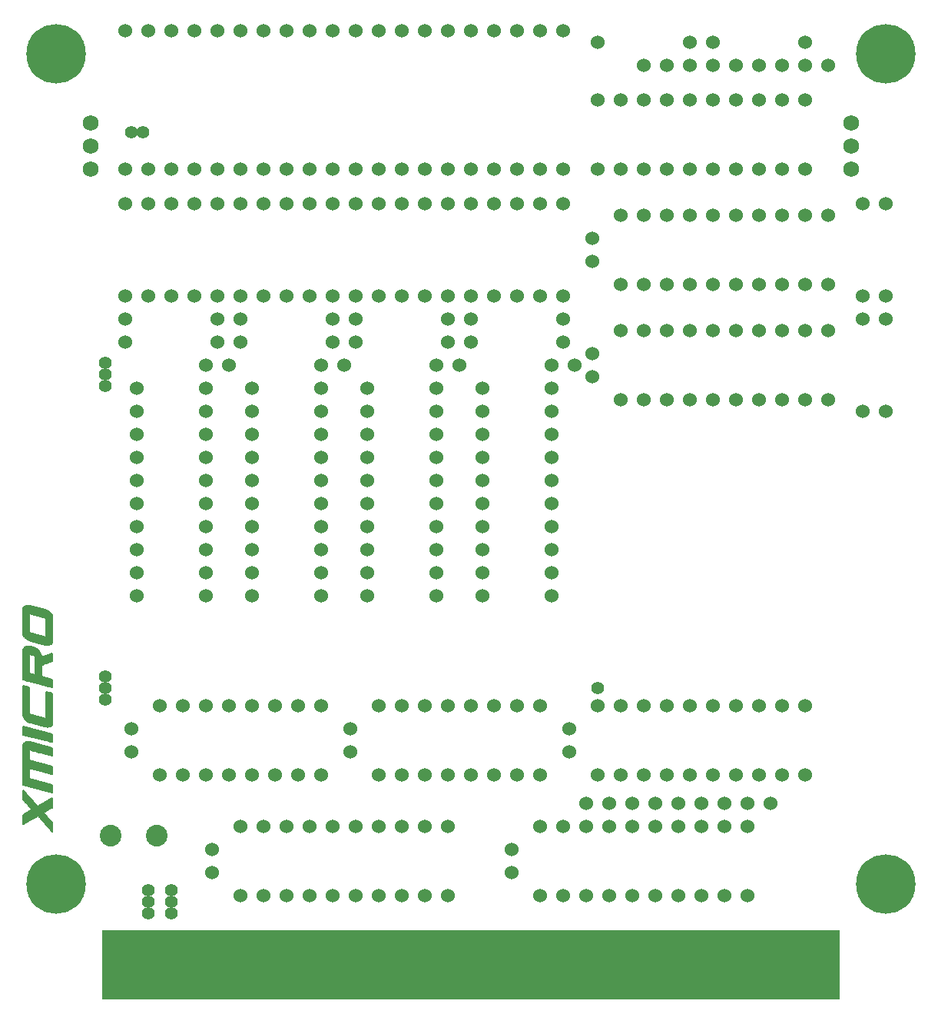
<source format=gts>
G75*
G70*
%OFA0B0*%
%FSLAX24Y24*%
%IPPOS*%
%LPD*%
%AMOC8*
5,1,8,0,0,1.08239X$1,22.5*
%
%ADD10C,0.0060*%
%ADD11R,3.2000X0.3000*%
%ADD12C,0.0600*%
%ADD13C,0.0680*%
%ADD14C,0.0940*%
%ADD15C,0.2580*%
%ADD16C,0.0555*%
D10*
X000745Y007708D02*
X001396Y008076D01*
X002026Y007381D01*
X002026Y007769D01*
X001620Y008206D01*
X002026Y008428D01*
X002026Y008840D01*
X001386Y008468D01*
X000745Y009167D01*
X000745Y008779D01*
X001151Y008338D01*
X000745Y008116D01*
X000745Y007708D01*
X000745Y007722D02*
X000769Y007722D01*
X000745Y007780D02*
X000873Y007780D01*
X000976Y007839D02*
X000745Y007839D01*
X000745Y007897D02*
X001079Y007897D01*
X001183Y007956D02*
X000745Y007956D01*
X000745Y008014D02*
X001286Y008014D01*
X001389Y008073D02*
X000745Y008073D01*
X000773Y008131D02*
X001690Y008131D01*
X001636Y008190D02*
X000880Y008190D01*
X000986Y008248D02*
X001697Y008248D01*
X001804Y008307D02*
X001093Y008307D01*
X001126Y008365D02*
X001911Y008365D01*
X002018Y008424D02*
X001072Y008424D01*
X001019Y008482D02*
X001373Y008482D01*
X001410Y008482D02*
X002026Y008482D01*
X002026Y008541D02*
X001511Y008541D01*
X001611Y008599D02*
X002026Y008599D01*
X002026Y008658D02*
X001712Y008658D01*
X001813Y008716D02*
X002026Y008716D01*
X002026Y008775D02*
X001913Y008775D01*
X002014Y008833D02*
X002026Y008833D01*
X002026Y009071D02*
X002026Y009420D01*
X001016Y009681D01*
X001016Y010131D01*
X002026Y009866D01*
X002026Y010216D01*
X001016Y010477D01*
X001016Y010927D01*
X002026Y010662D01*
X002026Y011007D01*
X001058Y011259D01*
X000984Y011270D01*
X000910Y011270D01*
X000868Y011262D01*
X000829Y011245D01*
X000795Y011220D01*
X000772Y011192D01*
X000755Y011159D01*
X000746Y011124D01*
X000745Y011088D01*
X000745Y009402D01*
X002026Y009071D01*
X002026Y009126D02*
X001814Y009126D01*
X002026Y009184D02*
X001587Y009184D01*
X001361Y009243D02*
X002026Y009243D01*
X002026Y009301D02*
X001134Y009301D01*
X000908Y009360D02*
X002026Y009360D01*
X002026Y009418D02*
X000745Y009418D01*
X000745Y009477D02*
X001808Y009477D01*
X001582Y009535D02*
X000745Y009535D01*
X000745Y009594D02*
X001356Y009594D01*
X001130Y009652D02*
X000745Y009652D01*
X000745Y009711D02*
X001016Y009711D01*
X001016Y009769D02*
X000745Y009769D01*
X000745Y009828D02*
X001016Y009828D01*
X001016Y009886D02*
X000745Y009886D01*
X000745Y009945D02*
X001016Y009945D01*
X001016Y010003D02*
X000745Y010003D01*
X000745Y010062D02*
X001016Y010062D01*
X001016Y010120D02*
X000745Y010120D01*
X000745Y010179D02*
X002026Y010179D01*
X002026Y010120D02*
X001060Y010120D01*
X001283Y010062D02*
X002026Y010062D01*
X002026Y010003D02*
X001505Y010003D01*
X001728Y009945D02*
X002026Y009945D01*
X002026Y009886D02*
X001951Y009886D01*
X001944Y010237D02*
X000745Y010237D01*
X000745Y010296D02*
X001718Y010296D01*
X001492Y010354D02*
X000745Y010354D01*
X000745Y010413D02*
X001266Y010413D01*
X001039Y010471D02*
X000745Y010471D01*
X000745Y010530D02*
X001016Y010530D01*
X001016Y010588D02*
X000745Y010588D01*
X000745Y010647D02*
X001016Y010647D01*
X001016Y010705D02*
X000745Y010705D01*
X000745Y010764D02*
X001016Y010764D01*
X001016Y010822D02*
X000745Y010822D01*
X000745Y010881D02*
X001016Y010881D01*
X001193Y010881D02*
X002026Y010881D01*
X002026Y010939D02*
X000745Y010939D01*
X000745Y010998D02*
X002026Y010998D01*
X002026Y010822D02*
X001416Y010822D01*
X001639Y010764D02*
X002026Y010764D01*
X002026Y010705D02*
X001862Y010705D01*
X001839Y011056D02*
X000745Y011056D01*
X000746Y011115D02*
X001614Y011115D01*
X001388Y011173D02*
X000763Y011173D01*
X000811Y011232D02*
X001163Y011232D01*
X001225Y011466D02*
X002026Y011466D01*
X002026Y011524D02*
X000998Y011524D01*
X000772Y011583D02*
X002026Y011583D01*
X002026Y011604D02*
X002026Y011259D01*
X000745Y011590D01*
X000745Y011935D01*
X002026Y011604D01*
X001883Y011641D02*
X000745Y011641D01*
X000745Y011700D02*
X001657Y011700D01*
X001430Y011758D02*
X000745Y011758D01*
X000745Y011817D02*
X001204Y011817D01*
X000977Y011875D02*
X000745Y011875D01*
X000745Y011934D02*
X000751Y011934D01*
X000927Y012168D02*
X002026Y012168D01*
X002026Y012226D02*
X000856Y012226D01*
X000836Y012245D02*
X000798Y012289D01*
X000769Y012339D01*
X000749Y012394D01*
X000745Y012422D01*
X000745Y012449D01*
X000745Y013710D01*
X001016Y013644D01*
X001016Y012466D01*
X001755Y012277D01*
X001755Y013448D01*
X002026Y013383D01*
X002026Y012088D01*
X002024Y012059D01*
X002015Y012031D01*
X002001Y012006D01*
X001982Y011983D01*
X001945Y011956D01*
X001903Y011937D01*
X001858Y011927D01*
X001806Y011925D01*
X001755Y011931D01*
X001694Y011943D01*
X001074Y012100D01*
X001007Y012123D01*
X000945Y012155D01*
X000887Y012196D01*
X000836Y012245D01*
X000802Y012285D02*
X001724Y012285D01*
X001755Y012285D02*
X002026Y012285D01*
X002026Y012343D02*
X001755Y012343D01*
X001755Y012402D02*
X002026Y012402D01*
X002026Y012460D02*
X001755Y012460D01*
X001755Y012519D02*
X002026Y012519D01*
X002026Y012577D02*
X001755Y012577D01*
X001755Y012636D02*
X002026Y012636D01*
X002026Y012694D02*
X001755Y012694D01*
X001755Y012753D02*
X002026Y012753D01*
X002026Y012811D02*
X001755Y012811D01*
X001755Y012870D02*
X002026Y012870D01*
X002026Y012928D02*
X001755Y012928D01*
X001755Y012987D02*
X002026Y012987D01*
X002026Y013045D02*
X001755Y013045D01*
X001755Y013104D02*
X002026Y013104D01*
X002026Y013162D02*
X001755Y013162D01*
X001755Y013221D02*
X002026Y013221D01*
X002026Y013279D02*
X001755Y013279D01*
X001755Y013338D02*
X002026Y013338D01*
X001971Y013396D02*
X001755Y013396D01*
X001801Y013689D02*
X002026Y013689D01*
X002026Y013747D02*
X001577Y013747D01*
X001354Y013806D02*
X002026Y013806D01*
X002026Y013864D02*
X001130Y013864D01*
X000906Y013923D02*
X002026Y013923D01*
X002026Y013975D02*
X002026Y013630D01*
X002025Y013630D01*
X002026Y013630D02*
X000745Y013965D01*
X000745Y015208D01*
X000748Y015246D01*
X000758Y015283D01*
X000775Y015317D01*
X000798Y015348D01*
X000826Y015373D01*
X000857Y015394D01*
X000891Y015408D01*
X000927Y015416D01*
X000992Y015415D01*
X001056Y015404D01*
X001218Y015361D01*
X001256Y015349D01*
X001292Y015330D01*
X001375Y015274D01*
X001449Y015206D01*
X001494Y015148D01*
X001527Y015083D01*
X001543Y015015D01*
X001551Y014946D01*
X002026Y015118D01*
X002026Y014772D01*
X001547Y014600D01*
X001547Y014100D01*
X002026Y013975D01*
X002004Y013981D02*
X000761Y013981D01*
X000745Y013981D01*
X000745Y013965D02*
X001016Y014240D01*
X001016Y015070D01*
X001295Y015002D01*
X001295Y014172D01*
X001016Y014240D01*
X000745Y013965D01*
X000745Y014040D02*
X000819Y014040D01*
X001780Y014040D01*
X001555Y014098D02*
X000876Y014098D01*
X000745Y014098D01*
X000745Y014157D02*
X000934Y014157D01*
X001547Y014157D01*
X001547Y014215D02*
X001295Y014215D01*
X001295Y014274D02*
X001547Y014274D01*
X001547Y014332D02*
X001295Y014332D01*
X001295Y014391D02*
X001547Y014391D01*
X001547Y014449D02*
X001295Y014449D01*
X001295Y014508D02*
X001547Y014508D01*
X001547Y014566D02*
X001295Y014566D01*
X001295Y014625D02*
X001615Y014625D01*
X001778Y014683D02*
X001295Y014683D01*
X001295Y014742D02*
X001942Y014742D01*
X002026Y014800D02*
X001295Y014800D01*
X001295Y014859D02*
X002026Y014859D01*
X002026Y014917D02*
X001295Y014917D01*
X001295Y014976D02*
X001548Y014976D01*
X001539Y015034D02*
X001165Y015034D01*
X001016Y015034D02*
X000745Y015034D01*
X000745Y014976D02*
X001016Y014976D01*
X001016Y014917D02*
X000745Y014917D01*
X000745Y014859D02*
X001016Y014859D01*
X001016Y014800D02*
X000745Y014800D01*
X000745Y014742D02*
X001016Y014742D01*
X001016Y014683D02*
X000745Y014683D01*
X000745Y014625D02*
X001016Y014625D01*
X001016Y014566D02*
X000745Y014566D01*
X000745Y014508D02*
X001016Y014508D01*
X001016Y014449D02*
X000745Y014449D01*
X000745Y014391D02*
X001016Y014391D01*
X001016Y014332D02*
X000745Y014332D01*
X000745Y014274D02*
X001016Y014274D01*
X000991Y014215D02*
X001120Y014215D01*
X000991Y014215D02*
X000745Y014215D01*
X000745Y013689D02*
X000832Y013689D01*
X000745Y013630D02*
X001016Y013630D01*
X001016Y013572D02*
X000745Y013572D01*
X000745Y013513D02*
X001016Y013513D01*
X001016Y013455D02*
X000745Y013455D01*
X000745Y013396D02*
X001016Y013396D01*
X001016Y013338D02*
X000745Y013338D01*
X000745Y013279D02*
X001016Y013279D01*
X001016Y013221D02*
X000745Y013221D01*
X000745Y013162D02*
X001016Y013162D01*
X001016Y013104D02*
X000745Y013104D01*
X000745Y013045D02*
X001016Y013045D01*
X001016Y012987D02*
X000745Y012987D01*
X000745Y012928D02*
X001016Y012928D01*
X001016Y012870D02*
X000745Y012870D01*
X000745Y012811D02*
X001016Y012811D01*
X001016Y012753D02*
X000745Y012753D01*
X000745Y012694D02*
X001016Y012694D01*
X001016Y012636D02*
X000745Y012636D01*
X000745Y012577D02*
X001016Y012577D01*
X001016Y012519D02*
X000745Y012519D01*
X000745Y012460D02*
X001040Y012460D01*
X001268Y012402D02*
X000748Y012402D01*
X000767Y012343D02*
X001496Y012343D01*
X001500Y011992D02*
X001989Y011992D01*
X002021Y012051D02*
X001270Y012051D01*
X001049Y012109D02*
X002026Y012109D01*
X001887Y011934D02*
X001741Y011934D01*
X001678Y011349D02*
X002026Y011349D01*
X002026Y011407D02*
X001451Y011407D01*
X001904Y011290D02*
X002026Y011290D01*
X000783Y009126D02*
X000745Y009126D01*
X000745Y009067D02*
X000837Y009067D01*
X000890Y009009D02*
X000745Y009009D01*
X000745Y008950D02*
X000944Y008950D01*
X000998Y008892D02*
X000745Y008892D01*
X000745Y008833D02*
X001051Y008833D01*
X001105Y008775D02*
X000749Y008775D01*
X000803Y008716D02*
X001158Y008716D01*
X001212Y008658D02*
X000857Y008658D01*
X000911Y008599D02*
X001266Y008599D01*
X001319Y008541D02*
X000965Y008541D01*
X001399Y008073D02*
X001744Y008073D01*
X001799Y008014D02*
X001452Y008014D01*
X001505Y007956D02*
X001853Y007956D01*
X001907Y007897D02*
X001558Y007897D01*
X001611Y007839D02*
X001962Y007839D01*
X002016Y007780D02*
X001664Y007780D01*
X001717Y007722D02*
X002026Y007722D01*
X002026Y007663D02*
X001770Y007663D01*
X001823Y007605D02*
X002026Y007605D01*
X002026Y007546D02*
X001877Y007546D01*
X001930Y007488D02*
X002026Y007488D01*
X002026Y007429D02*
X001983Y007429D01*
X002026Y014976D02*
X001633Y014976D01*
X001523Y015093D02*
X000745Y015093D01*
X000745Y015151D02*
X001491Y015151D01*
X001445Y015210D02*
X000745Y015210D01*
X000754Y015268D02*
X001382Y015268D01*
X001297Y015327D02*
X000782Y015327D01*
X000844Y015385D02*
X001129Y015385D01*
X001211Y015619D02*
X002024Y015619D01*
X002024Y015621D02*
X002026Y015649D01*
X002026Y016663D01*
X002025Y016704D01*
X002017Y016744D01*
X002000Y016783D01*
X001978Y016818D01*
X001939Y016867D01*
X001894Y016910D01*
X001838Y016953D01*
X001776Y016987D01*
X001709Y017011D01*
X001050Y017183D01*
X000996Y017191D01*
X000941Y017191D01*
X000896Y017186D01*
X000852Y017173D01*
X000818Y017155D01*
X000788Y017130D01*
X000766Y017098D01*
X000751Y017062D01*
X000745Y017024D01*
X000745Y016035D01*
X001016Y016015D01*
X000745Y016035D01*
X000745Y015992D01*
X000753Y015938D01*
X000771Y015886D01*
X000799Y015839D01*
X000857Y015777D01*
X000924Y015726D01*
X000996Y015685D01*
X001074Y015655D01*
X001703Y015488D01*
X001742Y015480D01*
X001836Y015476D01*
X001880Y015482D01*
X001922Y015496D01*
X001948Y015506D01*
X001971Y015523D01*
X001991Y015543D01*
X002007Y015567D01*
X002019Y015593D01*
X002024Y015621D01*
X002026Y015678D02*
X001015Y015678D01*
X000910Y015736D02*
X002026Y015736D01*
X002026Y015795D02*
X000840Y015795D01*
X000791Y015853D02*
X001628Y015853D01*
X001755Y015853D02*
X002026Y015853D01*
X002026Y015912D02*
X001755Y015912D01*
X001755Y015970D02*
X002026Y015970D01*
X002026Y016029D02*
X001755Y016029D01*
X001755Y016087D02*
X002026Y016087D01*
X002026Y016146D02*
X001755Y016146D01*
X001755Y016204D02*
X002026Y016204D01*
X002026Y016263D02*
X001755Y016263D01*
X001755Y016321D02*
X002026Y016321D01*
X002026Y016380D02*
X001755Y016380D01*
X001755Y016438D02*
X002026Y016438D01*
X002026Y016497D02*
X001755Y016497D01*
X001755Y016555D02*
X002026Y016555D01*
X002026Y016614D02*
X001755Y016614D01*
X001755Y016652D02*
X001016Y016847D01*
X001016Y016015D01*
X001755Y015820D01*
X001755Y016652D01*
X001678Y016672D02*
X002026Y016672D01*
X002020Y016731D02*
X001457Y016731D01*
X001236Y016789D02*
X001996Y016789D01*
X001954Y016848D02*
X000745Y016848D01*
X000745Y016906D02*
X001898Y016906D01*
X001817Y016965D02*
X000745Y016965D01*
X000745Y017023D02*
X001664Y017023D01*
X001439Y017082D02*
X000759Y017082D01*
X000800Y017140D02*
X001214Y017140D01*
X001016Y016789D02*
X000745Y016789D01*
X000745Y016731D02*
X001016Y016731D01*
X001016Y016672D02*
X000745Y016672D01*
X000745Y016614D02*
X001016Y016614D01*
X001016Y016555D02*
X000745Y016555D01*
X000745Y016497D02*
X001016Y016497D01*
X001016Y016438D02*
X000745Y016438D01*
X000745Y016380D02*
X001016Y016380D01*
X001016Y016321D02*
X000745Y016321D01*
X000745Y016263D02*
X001016Y016263D01*
X001016Y016204D02*
X000745Y016204D01*
X000745Y016146D02*
X001016Y016146D01*
X001016Y016087D02*
X000745Y016087D01*
X000745Y016029D02*
X000832Y016029D01*
X001016Y016029D01*
X001186Y015970D02*
X000748Y015970D01*
X000762Y015912D02*
X001407Y015912D01*
X001430Y015561D02*
X002002Y015561D01*
X001937Y015502D02*
X001650Y015502D01*
X001795Y015034D02*
X002026Y015034D01*
X002026Y015093D02*
X001957Y015093D01*
D11*
X020180Y001600D03*
D12*
X019180Y004600D03*
X018180Y004600D03*
X017180Y004600D03*
X016180Y004600D03*
X015180Y004600D03*
X014180Y004600D03*
X013180Y004600D03*
X012180Y004600D03*
X011180Y004600D03*
X010180Y004600D03*
X008930Y005600D03*
X008930Y006600D03*
X010180Y007600D03*
X011180Y007600D03*
X012180Y007600D03*
X013180Y007600D03*
X014180Y007600D03*
X015180Y007600D03*
X016180Y007600D03*
X017180Y007600D03*
X018180Y007600D03*
X019180Y007600D03*
X019180Y009850D03*
X018180Y009850D03*
X017180Y009850D03*
X016180Y009850D03*
X014930Y010850D03*
X014930Y011850D03*
X013680Y012850D03*
X012680Y012850D03*
X011680Y012850D03*
X010680Y012850D03*
X009680Y012850D03*
X008680Y012850D03*
X007680Y012850D03*
X006680Y012850D03*
X005430Y011850D03*
X005430Y010850D03*
X006680Y009850D03*
X007680Y009850D03*
X008680Y009850D03*
X009680Y009850D03*
X010680Y009850D03*
X011680Y009850D03*
X012680Y009850D03*
X013680Y009850D03*
X016180Y012850D03*
X017180Y012850D03*
X018180Y012850D03*
X019180Y012850D03*
X020180Y012850D03*
X021180Y012850D03*
X022180Y012850D03*
X023180Y012850D03*
X024430Y011850D03*
X024430Y010850D03*
X023180Y009850D03*
X022180Y009850D03*
X021180Y009850D03*
X020180Y009850D03*
X021930Y006600D03*
X021930Y005600D03*
X023180Y004600D03*
X024180Y004600D03*
X025180Y004600D03*
X026180Y004600D03*
X027180Y004600D03*
X028180Y004600D03*
X029180Y004600D03*
X030180Y004600D03*
X031180Y004600D03*
X032180Y004600D03*
X032180Y007600D03*
X032180Y008600D03*
X031180Y008600D03*
X031180Y007600D03*
X030180Y007600D03*
X030180Y008600D03*
X029180Y008600D03*
X029180Y007600D03*
X028180Y007600D03*
X028180Y008600D03*
X027180Y008600D03*
X027180Y007600D03*
X026180Y007600D03*
X026180Y008600D03*
X025180Y008600D03*
X025180Y007600D03*
X024180Y007600D03*
X023180Y007600D03*
X025680Y009850D03*
X026680Y009850D03*
X027680Y009850D03*
X028680Y009850D03*
X029680Y009850D03*
X030680Y009850D03*
X031680Y009850D03*
X032680Y009850D03*
X033680Y009850D03*
X034680Y009850D03*
X033180Y008600D03*
X032680Y012850D03*
X031680Y012850D03*
X030680Y012850D03*
X029680Y012850D03*
X028680Y012850D03*
X027680Y012850D03*
X026680Y012850D03*
X025680Y012850D03*
X023680Y017600D03*
X023680Y018600D03*
X023680Y019600D03*
X023680Y020600D03*
X023680Y021600D03*
X023680Y022600D03*
X023680Y023600D03*
X023680Y024600D03*
X023680Y025600D03*
X023680Y026600D03*
X023680Y027600D03*
X024680Y027600D03*
X025430Y027100D03*
X025430Y028100D03*
X026680Y029100D03*
X027680Y029100D03*
X028680Y029100D03*
X029680Y029100D03*
X030680Y029100D03*
X031680Y029100D03*
X032680Y029100D03*
X033680Y029100D03*
X034680Y029100D03*
X035680Y029100D03*
X037180Y029600D03*
X037180Y030600D03*
X038180Y030600D03*
X038180Y029600D03*
X035680Y031100D03*
X034680Y031100D03*
X033680Y031100D03*
X032680Y031100D03*
X031680Y031100D03*
X030680Y031100D03*
X029680Y031100D03*
X028680Y031100D03*
X027680Y031100D03*
X026680Y031100D03*
X025430Y032100D03*
X025430Y033100D03*
X026680Y034100D03*
X027680Y034100D03*
X028680Y034100D03*
X029680Y034100D03*
X030680Y034100D03*
X031680Y034100D03*
X032680Y034100D03*
X033680Y034100D03*
X034680Y034100D03*
X035680Y034100D03*
X037180Y034600D03*
X038180Y034600D03*
X034680Y036100D03*
X033680Y036100D03*
X032680Y036100D03*
X031680Y036100D03*
X030680Y036100D03*
X029680Y036100D03*
X028680Y036100D03*
X027680Y036100D03*
X026680Y036100D03*
X025680Y036100D03*
X024180Y036100D03*
X023180Y036100D03*
X022180Y036100D03*
X021180Y036100D03*
X020180Y036100D03*
X019180Y036100D03*
X018180Y036100D03*
X017180Y036100D03*
X016180Y036100D03*
X015180Y036100D03*
X014180Y036100D03*
X013180Y036100D03*
X012180Y036100D03*
X011180Y036100D03*
X010180Y036100D03*
X009180Y036100D03*
X008180Y036100D03*
X007180Y036100D03*
X006180Y036100D03*
X005180Y036100D03*
X005180Y034600D03*
X006180Y034600D03*
X007180Y034600D03*
X008180Y034600D03*
X009180Y034600D03*
X010180Y034600D03*
X011180Y034600D03*
X012180Y034600D03*
X013180Y034600D03*
X014180Y034600D03*
X015180Y034600D03*
X016180Y034600D03*
X017180Y034600D03*
X018180Y034600D03*
X019180Y034600D03*
X020180Y034600D03*
X021180Y034600D03*
X022180Y034600D03*
X023180Y034600D03*
X024180Y034600D03*
X024180Y030600D03*
X024180Y029600D03*
X024180Y028600D03*
X023180Y030600D03*
X022180Y030600D03*
X021180Y030600D03*
X020180Y030600D03*
X020180Y029600D03*
X020180Y028600D03*
X019180Y028600D03*
X019180Y029600D03*
X019180Y030600D03*
X018180Y030600D03*
X017180Y030600D03*
X016180Y030600D03*
X015180Y030600D03*
X015180Y029600D03*
X015180Y028600D03*
X014180Y028600D03*
X014180Y029600D03*
X014180Y030600D03*
X013180Y030600D03*
X012180Y030600D03*
X011180Y030600D03*
X010180Y030600D03*
X010180Y029600D03*
X010180Y028600D03*
X009180Y028600D03*
X009180Y029600D03*
X009180Y030600D03*
X008180Y030600D03*
X007180Y030600D03*
X006180Y030600D03*
X005180Y030600D03*
X005180Y029600D03*
X005180Y028600D03*
X005680Y026600D03*
X005680Y025600D03*
X005680Y024600D03*
X005680Y023600D03*
X005680Y022600D03*
X005680Y021600D03*
X005680Y020600D03*
X005680Y019600D03*
X005680Y018600D03*
X005680Y017600D03*
X008680Y017600D03*
X008680Y018600D03*
X008680Y019600D03*
X008680Y020600D03*
X008680Y021600D03*
X008680Y022600D03*
X008680Y023600D03*
X008680Y024600D03*
X008680Y025600D03*
X008680Y026600D03*
X008680Y027600D03*
X009680Y027600D03*
X010680Y026600D03*
X010680Y025600D03*
X010680Y024600D03*
X010680Y023600D03*
X010680Y022600D03*
X010680Y021600D03*
X010680Y020600D03*
X010680Y019600D03*
X010680Y018600D03*
X010680Y017600D03*
X013680Y017600D03*
X013680Y018600D03*
X013680Y019600D03*
X013680Y020600D03*
X013680Y021600D03*
X013680Y022600D03*
X013680Y023600D03*
X013680Y024600D03*
X013680Y025600D03*
X013680Y026600D03*
X013680Y027600D03*
X014680Y027600D03*
X015680Y026600D03*
X015680Y025600D03*
X015680Y024600D03*
X015680Y023600D03*
X015680Y022600D03*
X015680Y021600D03*
X015680Y020600D03*
X015680Y019600D03*
X015680Y018600D03*
X015680Y017600D03*
X018680Y017600D03*
X018680Y018600D03*
X018680Y019600D03*
X018680Y020600D03*
X018680Y021600D03*
X018680Y022600D03*
X018680Y023600D03*
X018680Y024600D03*
X018680Y025600D03*
X018680Y026600D03*
X018680Y027600D03*
X019680Y027600D03*
X020680Y026600D03*
X020680Y025600D03*
X020680Y024600D03*
X020680Y023600D03*
X020680Y022600D03*
X020680Y021600D03*
X020680Y020600D03*
X020680Y019600D03*
X020680Y018600D03*
X020680Y017600D03*
X026680Y026100D03*
X027680Y026100D03*
X028680Y026100D03*
X029680Y026100D03*
X030680Y026100D03*
X031680Y026100D03*
X032680Y026100D03*
X033680Y026100D03*
X034680Y026100D03*
X035680Y026100D03*
X037180Y025600D03*
X038180Y025600D03*
X034680Y012850D03*
X033680Y012850D03*
X033680Y039100D03*
X034680Y039100D03*
X034680Y040600D03*
X033680Y040600D03*
X032680Y040600D03*
X031680Y040600D03*
X030680Y040600D03*
X030680Y041600D03*
X029680Y041600D03*
X029680Y040600D03*
X028680Y040600D03*
X027680Y040600D03*
X027680Y039100D03*
X026680Y039100D03*
X025680Y039100D03*
X025680Y041600D03*
X024180Y042100D03*
X023180Y042100D03*
X022180Y042100D03*
X021180Y042100D03*
X020180Y042100D03*
X019180Y042100D03*
X018180Y042100D03*
X017180Y042100D03*
X016180Y042100D03*
X015180Y042100D03*
X014180Y042100D03*
X013180Y042100D03*
X012180Y042100D03*
X011180Y042100D03*
X010180Y042100D03*
X009180Y042100D03*
X008180Y042100D03*
X007180Y042100D03*
X006180Y042100D03*
X005180Y042100D03*
X028680Y039100D03*
X029680Y039100D03*
X030680Y039100D03*
X031680Y039100D03*
X032680Y039100D03*
X034680Y041600D03*
X035680Y040600D03*
D13*
X036680Y038100D03*
X036680Y037100D03*
X036680Y036100D03*
X003680Y036100D03*
X003680Y037100D03*
X003680Y038100D03*
D14*
X004555Y007225D03*
X006555Y007225D03*
D15*
X002180Y005100D03*
X002180Y041100D03*
X038180Y041100D03*
X038180Y005100D03*
D16*
X025680Y013600D03*
X007180Y004850D03*
X007180Y004350D03*
X007180Y003850D03*
X006180Y003850D03*
X006180Y004350D03*
X006180Y004850D03*
X004305Y013100D03*
X004305Y013600D03*
X004305Y014100D03*
X004305Y026725D03*
X004305Y027225D03*
X004305Y027725D03*
X005430Y037725D03*
X005930Y037725D03*
M02*

</source>
